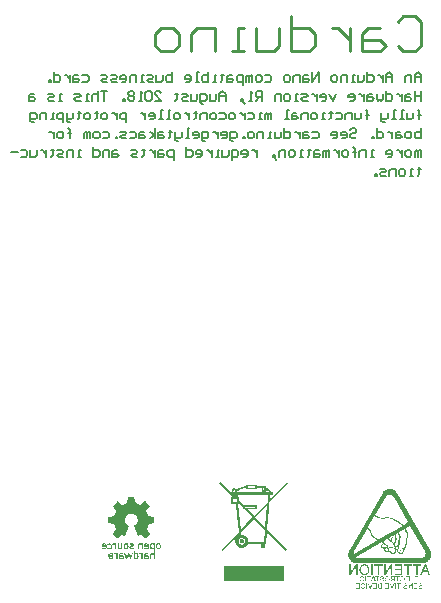
<source format=gbo>
%FSTAX23Y23*%
%MOIN*%
%SFA1B1*%

%IPPOS*%
%ADD29C,0.010000*%
%ADD41C,0.005910*%
%LNcarduino-1*%
%LPD*%
G36*
X03008Y00168D02*
X03011Y00168D01*
X03014Y00166*
X03016Y00165*
X03017Y00165*
X03017Y00164*
X03018Y00164*
X03019Y00162*
X0302Y0016*
X03021Y00155*
X03022Y00153*
X03022Y00152*
Y00151*
Y0015*
X03022Y00147*
X03021Y00144*
X03021Y00142*
X0302Y00142*
X03018Y00139*
X03017Y00137*
X03015Y00136*
X03014Y00135*
X03011Y00134*
X03009Y00133*
X03006Y00133*
X03006*
X03002Y00133*
X03Y00134*
X02998Y00135*
X02997Y00135*
X02994Y00137*
X02993Y00139*
X02991Y00141*
X02991Y00141*
X0299Y00145*
X02989Y00148*
X02989Y0015*
Y0015*
Y00151*
X02989Y00154*
X0299Y00157*
X0299Y00159*
X02991Y0016*
X02993Y00163*
X02994Y00165*
X02996Y00166*
X02997Y00166*
X03Y00168*
X03003Y00168*
X03005Y00169*
X03006*
X03008Y00168*
G37*
G36*
X03135Y00128D02*
X03135Y00127D01*
X03136*
X03137Y00126*
X03138Y00125*
X03139Y00124*
Y00124*
X0314Y00122*
X0314Y00121*
Y0012*
Y00119*
Y00117*
X0314Y00116*
X03139Y00115*
Y00114*
X03138Y00113*
X03137Y00113*
X03137Y00112*
X03137*
X03135Y00111*
X03134Y00111*
X03132*
X0313Y00111*
X03129Y00111*
X03128Y00112*
X03127Y00112*
X03126Y00113*
X03125Y00114*
X03125Y00116*
Y00116*
X03127Y00116*
X03128Y00115*
X03128Y00114*
X03128Y00113*
X03129*
X0313Y00113*
X03131Y00113*
X03132*
X03134Y00113*
X03135*
X03137Y00114*
X03137Y00115*
Y00115*
X03138Y00118*
Y00119*
Y00119*
X03137Y00122*
X03137Y00122*
Y00123*
X03137Y00124*
X03136Y00125*
X03135Y00125*
X03135*
X03134Y00126*
X03133Y00126*
X03131*
X0313Y00126*
X03129Y00125*
X03128Y00123*
X03127Y00123*
Y00122*
X03125Y00123*
X03126Y00125*
X03126Y00126*
X03127Y00126*
X03127Y00127*
X03129Y00128*
X0313Y00128*
X03133*
X03135Y00128*
G37*
G36*
X03033Y00133D02*
X03029D01*
Y00168*
X03033*
Y00133*
G37*
G36*
X03132D02*
X03106D01*
Y00137*
X03127*
Y00149*
X03108*
Y00153*
X03127*
Y00164*
X03107*
Y00168*
X03132*
Y00133*
G37*
G36*
X03067Y00164D02*
X03055D01*
Y00133*
X03051*
Y00164*
X03039*
Y00168*
X03067*
Y00164*
G37*
G36*
X03Y00128D02*
X03001Y00127D01*
X03002*
X03003Y00126*
X03003Y00125*
X03004Y00124*
Y00124*
X03005Y00122*
X03005Y00121*
Y0012*
Y00119*
Y00117*
X03005Y00116*
X03005Y00115*
Y00114*
X03004Y00113*
X03003Y00113*
X03002Y00112*
X03002*
X03Y00111*
X02999Y00111*
X02997*
X02995Y00111*
X02994Y00111*
X02993Y00112*
X02993Y00112*
X02991Y00113*
X02991Y00114*
X0299Y00116*
Y00116*
X02992Y00116*
X02993Y00115*
X02993Y00114*
X02994Y00114*
X02994Y00113*
X02995Y00113*
X02996Y00113*
X02997*
X02999Y00113*
X03*
X03001Y00114*
X03002Y00114*
X03002Y00115*
Y00115*
X03003Y00116*
X03003Y00118*
Y00119*
Y00119*
X03003Y00122*
X03002Y00122*
Y00123*
X03002Y00124*
X03001Y00125*
X03001Y00125*
X03*
X02998Y00126*
X02997*
X02995Y00126*
X02994Y00125*
X02994Y00125*
X02993Y00123*
X02993Y00123*
Y00122*
X0299Y00123*
X02991Y00125*
X02992Y00126*
X02992Y00126*
X02993Y00127*
X02994Y00128*
X02996Y00128*
X02999*
X03Y00128*
G37*
G36*
X03156Y00111D02*
X03143D01*
Y00113*
X03153*
Y00118*
X03144*
Y0012*
X03153*
Y00126*
X03143*
Y00128*
X03156*
Y00111*
G37*
G36*
X03123Y00126D02*
X03117D01*
Y00111*
X03115*
Y00126*
X03109*
Y00128*
X03123*
Y00126*
G37*
G36*
X03169Y00111D02*
X03158D01*
Y00113*
X03167*
Y00128*
X03169*
Y00111*
G37*
G36*
X02738Y00162D02*
Y00161D01*
Y00159*
Y00156*
Y00155*
Y00154*
Y00148*
Y00143*
Y00141*
Y00139*
Y00138*
Y00137*
Y00131*
Y00128*
Y00125*
Y00123*
Y00122*
Y0012*
Y0012*
Y00117*
Y00116*
Y00114*
Y00114*
Y00113*
X02538*
Y00113*
Y00114*
Y00116*
Y00119*
Y0012*
Y0012*
Y00126*
Y00132*
Y00134*
Y00136*
Y00137*
Y00137*
Y00144*
Y00147*
Y00149*
Y00151*
Y00153*
Y00154*
Y00154*
Y00157*
Y00159*
Y0016*
Y00161*
Y00162*
X02738*
Y00162*
G37*
G36*
X03185Y00111D02*
X03172D01*
Y00113*
X03183*
Y00118*
X03173*
Y0012*
X03183*
Y00126*
X03173*
Y00128*
X03185*
Y00111*
G37*
G36*
X02164Y00206D02*
X02166Y00205D01*
X02167Y00203*
X02168Y00201*
X02169Y00199*
X02169Y00198*
Y00196*
Y00196*
X02169Y00192*
X02168Y0019*
X02166Y00188*
X02164Y00187*
X02163Y00186*
X02161Y00185*
X0216*
X02157Y00186*
X02155Y00187*
X02153Y00188*
X02152Y00189*
X02156Y00191*
X02157Y0019*
X02158Y00189*
X0216Y00189*
X0216*
X02162Y00189*
X02163Y0019*
X02164Y00192*
X02165Y00193*
Y00194*
Y00194*
X02152*
Y00198*
X02152Y00201*
X02154Y00203*
X02155Y00204*
X02157Y00205*
X02158Y00206*
X0216Y00206*
X02161*
X02164Y00206*
G37*
G36*
X02241Y00204D02*
X02242Y00205D01*
X02244Y00206*
X02245Y00206*
X02245*
X02248Y00206*
X0225Y00205*
X02251Y00204*
X02251Y00204*
X02251Y00203*
X02252Y00202*
X02252Y00199*
X02253Y00197*
Y00196*
Y00196*
Y00194*
X02252Y00192*
Y0019*
X02252Y0019*
X02251Y00189*
X02251Y00188*
X0225Y00186*
X02248Y00186*
X02246Y00185*
X02245*
X02244Y00186*
X02242Y00186*
X02241Y00187*
X02241Y00187*
Y00186*
X02236*
Y00214*
X02241*
Y00204*
G37*
G36*
X02227Y00186D02*
X02224D01*
X0222Y002*
X02215Y00186*
X02211*
X02205Y00206*
X02209*
X02213Y00192*
X02218Y00206*
X02221*
X02226Y00192*
X0223Y00206*
X02234*
X02227Y00186*
G37*
G36*
X02283Y00206D02*
X02285Y00205D01*
X02287Y00204*
X02287Y00204*
X02284Y00201*
X02283Y00202*
X02281Y00202*
X02278*
X02277Y00202*
X02276Y00201*
X02275Y002*
Y002*
Y00198*
X02281*
X02283Y00198*
X02285Y00197*
X02286Y00196*
X02287Y00195*
X02288Y00193*
Y00192*
Y00192*
X02287Y0019*
X02287Y00188*
X02286Y00187*
X02284Y00186*
X02281Y00185*
X0228*
X02278Y00186*
X02277Y00186*
X02276Y00187*
X02275Y00187*
Y00186*
X02271*
Y002*
X02271Y00202*
X02272Y00204*
X02274Y00205*
X02275Y00205*
X02277Y00206*
X02278Y00206*
X0228*
X02283Y00206*
G37*
G36*
X022D02*
X02202Y00205D01*
X02203Y00204*
X02203Y00204*
X022Y00201*
X02199Y00202*
X02198Y00202*
X02195*
X02194Y00202*
X02192Y00201*
X02192Y002*
Y002*
Y00198*
X02198*
X022Y00198*
X02202Y00197*
X02203Y00196*
X02204Y00195*
X02205Y00193*
Y00192*
Y00192*
X02204Y0019*
X02203Y00188*
X02202Y00187*
X02201Y00186*
X02198Y00185*
X02197*
X02195Y00186*
X02193Y00186*
X02192Y00187*
X02192Y00187*
Y00186*
X02188*
Y002*
X02188Y00202*
X02189Y00204*
X02191Y00205*
X02192Y00205*
X02194Y00206*
X02195Y00206*
X02196*
X022Y00206*
G37*
G36*
X03095Y00419D02*
X031Y00418D01*
X03101Y00417*
X03103Y00417*
X03104Y00416*
X03104*
X03105Y00415*
X03106Y00415*
X0311Y00412*
X03112Y00409*
X03114Y00406*
X03114Y00406*
Y00405*
X03224Y00215*
X03225Y00214*
Y00214*
X03225Y00213*
X03226Y00211*
X03227Y00211*
Y0021*
X03227Y0021*
X03227Y00208*
X03228Y00207*
Y00207*
X03228Y00203*
Y00199*
X03227Y00196*
X03227Y00193*
X03226Y0019*
X03225Y00188*
X03225Y00187*
X03224Y00187*
X03223Y00184*
X03222Y00184*
X03222Y00183*
X0322Y00181*
X03219Y00181*
X03219Y0018*
X03216Y00178*
X03213Y00176*
X03209Y00174*
X03206Y00174*
X03204Y00173*
X03201Y00173*
X02977*
X02976Y00173*
X02974*
X02973Y00174*
X02972Y00174*
X02971*
X02967Y00175*
X02964Y00177*
X02962Y0018*
X0296Y00181*
X02958Y00184*
X02957Y00185*
X02956Y00186*
X02955Y00187*
Y00187*
X02954Y00189*
X02954Y0019*
X02954Y0019*
Y00191*
X02953Y00192*
X02953Y00194*
X02952Y00195*
Y00195*
X02952Y00199*
Y00203*
X02952Y00206*
X02953Y00209*
X02954Y00212*
X02955Y00214*
X02955Y00215*
X02956Y00215*
X03066Y00406*
X03067Y00408*
X03068Y00409*
X03068Y00409*
X03069Y0041*
X03069Y00411*
X0307Y00412*
X03071Y00412*
X03074Y00415*
X03077Y00417*
X0308Y00418*
X03083Y00419*
X03086Y00419*
X03088Y0042*
X0309*
X03095Y00419*
G37*
G36*
X03194Y00164D02*
X03183D01*
Y00133*
X03178*
Y00164*
X03167*
Y00168*
X03194*
Y00164*
G37*
G36*
X03164D02*
X03153D01*
Y00133*
X03148*
Y00164*
X03137*
Y00168*
X03164*
Y00164*
G37*
G36*
X03224Y00133D02*
X03219D01*
X03216Y00144*
X03201*
X03197Y00133*
X03192*
X03206Y00168*
X03211*
X03224Y00133*
G37*
G36*
X03099D02*
X03095D01*
Y00161*
X03077Y00133*
X03072*
Y00168*
X03077*
Y00141*
X03095Y00168*
X03099*
Y00133*
G37*
G36*
X02983D02*
X02979D01*
Y00161*
X0296Y00133*
X02955*
Y00168*
X0296*
Y00141*
X02978Y00168*
X02983*
Y00133*
G37*
G36*
X0311Y00087D02*
X03108D01*
Y00105*
X0311*
Y00087*
G37*
G36*
X03088D02*
X03075D01*
Y00089*
X03085*
Y00095*
X03076*
Y00097*
X03085*
Y00102*
X03075*
Y00105*
X03088*
Y00087*
G37*
G36*
X03127Y00102D02*
X03121D01*
Y00087*
X03119*
Y00102*
X03113*
Y00105*
X03127*
Y00102*
G37*
G36*
X03182Y00087D02*
X0317D01*
Y00089*
X0318*
Y00095*
X0317*
Y00097*
X0318*
Y00102*
X0317*
Y00105*
X03182*
Y00087*
G37*
G36*
X03132D02*
X0313D01*
Y00105*
X03132*
Y00087*
G37*
G36*
X03065D02*
X03058D01*
X03056Y00087*
X03056*
X03054Y00088*
X03053Y00088*
X03053Y00089*
X03052Y0009*
X03051Y00092*
X03051Y00092*
X0305Y00095*
Y00096*
Y00096*
Y00098*
Y00099*
X03051Y001*
Y001*
X03052Y00102*
X03053Y00103*
X03053Y00103*
X03055Y00104*
X03055Y00104*
X03056*
X03057Y00105*
X03065*
Y00087*
G37*
G36*
X03195Y00105D02*
X03195Y00104D01*
X03196*
X03197Y00104*
X03197Y00103*
X03198Y00103*
Y00102*
X03199Y00101*
Y00101*
Y001*
X03198Y00099*
Y00098*
Y00098*
X03197Y00096*
X03197Y00096*
X03195Y00096*
X03194*
X03194Y00095*
X03193*
X03191Y00095*
X0319Y00094*
X0319*
X03189Y00094*
X03188Y00093*
X03188Y00092*
Y00092*
Y00091*
X03188Y0009*
X03189Y0009*
X0319Y00089*
X03192Y00089*
X03192*
X03194Y00089*
X03195*
X03196Y0009*
X03197Y00091*
X03197Y00092*
Y00093*
Y00093*
X032Y00093*
X03199Y00092*
X03199Y00091*
X03198Y0009*
Y0009*
X03197Y00088*
X03197Y00087*
X03196*
X03194Y00087*
X03192*
X0319Y00087*
X03189Y00087*
X03189*
X03187Y00089*
X03186Y00089*
X03186Y00091*
Y00092*
X03186Y00094*
X03186Y00095*
X03188Y00096*
X03188Y00096*
X03189*
X03191Y00097*
X03192Y00098*
X03192*
X03194Y00098*
X03195Y00098*
X03196Y00099*
X03197Y001*
Y001*
X03196Y00102*
X03196Y00102*
X03194Y00103*
X03193*
X03191Y00102*
X0319Y00102*
X0319*
X03189Y00101*
X03189Y00101*
X03188Y001*
Y00099*
X03186*
Y00101*
X03186Y00102*
X03187Y00102*
X03187Y00102*
X03189Y00104*
X03189Y00104*
X03189*
X03192Y00105*
X03193*
X03195Y00105*
G37*
G36*
X03145D02*
X03146Y00104D01*
X03146*
X03147Y00104*
X03147Y00103*
X03148Y00103*
Y00102*
X03149Y00102*
X03149Y00101*
Y00101*
Y001*
X03149Y00099*
X03148Y00098*
Y00098*
X03147Y00096*
X03146Y00096*
X03145Y00096*
X03144*
X03143Y00095*
X03143*
X03141Y00095*
X0314Y00094*
X0314*
X03138Y00094*
X03138Y00093*
X03138Y00092*
Y00092*
Y00091*
X03138Y0009*
X03139Y0009*
X0314Y00089*
X03141Y00089*
X03142*
X03144Y00089*
X03145*
X03146Y0009*
X03146Y0009*
X03147Y00091*
X03147Y00092*
Y00093*
Y00093*
X03149Y00093*
X03149Y00091*
X03149Y0009*
Y0009*
X03147Y00088*
X03146Y00087*
X03146*
X03145Y00087*
X03143Y00087*
X03142*
X0314Y00087*
X03139Y00087*
X03139*
X03137Y00089*
X03136Y00089*
X03135Y00091*
Y00092*
X03136Y00094*
X03136Y00095*
X03138Y00096*
X03138Y00096*
X03138*
X03141Y00097*
X03142Y00098*
X03142*
X03144Y00098*
X03145Y00098*
X03146Y00099*
X03147Y001*
Y001*
X03146Y00101*
X03146Y00102*
X03146Y00102*
X03145Y00102*
X03144Y00103*
X03143*
X0314Y00102*
X0314Y00102*
X0314*
X03139Y00101*
X03138Y00101*
X03138Y001*
Y00099*
X03136*
X03137Y00102*
X03137Y00102*
Y00102*
X03138Y00104*
X03139Y00104*
X03139*
X03141Y00105*
X03143*
X03145Y00105*
G37*
G36*
X0299Y00087D02*
X02977D01*
Y00089*
X02988*
Y00095*
X02978*
Y00097*
X02988*
Y00102*
X02977*
Y00105*
X0299*
Y00087*
G37*
G36*
X03047D02*
X03034D01*
Y00089*
X03045*
Y00095*
X03035*
Y00097*
X03045*
Y00102*
X03034*
Y00105*
X03047*
Y00087*
G37*
G36*
X03014D02*
X03012D01*
Y00105*
X03014*
Y00087*
G37*
G36*
X03055Y00126D02*
X0305D01*
Y00111*
X03047*
Y00126*
X03041*
Y00128*
X03055*
Y00126*
G37*
G36*
X03043Y00111D02*
X0304D01*
X03038Y00116*
X03031*
X03029Y00111*
X03026*
X03033Y00128*
X03036*
X03043Y00111*
G37*
G36*
X03067Y00128D02*
X03068D01*
X03068Y00127*
X03069Y00126*
X03069Y00126*
Y00126*
X0307Y00125*
X03071Y00124*
Y00124*
Y00123*
X0307Y00122*
X0307Y00122*
Y00121*
X03069Y0012*
X03068Y0012*
X03067Y00119*
X03066Y00119*
X03065Y00119*
X03065*
X03063Y00118*
X03062Y00118*
X03061Y00117*
X0306Y00117*
X0306Y00116*
X03059Y00116*
Y00115*
Y00114*
X0306Y00114*
X03061Y00113*
X03061Y00113*
X03066*
X03068Y00114*
X03068Y00114*
X03069Y00116*
Y00116*
Y00116*
X03071Y00116*
X03071Y00114*
X0307Y00113*
Y00113*
X03068Y00111*
X03068Y00111*
X03068*
X03065Y00111*
X03063*
X03061Y00111*
X0306*
X03059Y00112*
X03058Y00113*
X03057Y00114*
Y00115*
X03057Y00117*
X03058Y00118*
X03059Y00119*
X0306Y0012*
X0306*
X03061Y0012*
X03062Y0012*
X03063Y00121*
X03064*
X03066Y00121*
X03067Y00122*
X03068Y00122*
X03068Y00123*
Y00123*
X03068Y00124*
X03068Y00125*
X03067Y00125*
X03065Y00126*
X03063*
X03062Y00126*
X03061Y00125*
X0306Y00125*
X0306Y00124*
X0306Y00123*
Y00123*
X03058Y00123*
X03058Y00125*
X03059Y00126*
X0306Y00127*
X0306Y00128*
X03061*
X03063Y00128*
X03066*
X03067Y00128*
G37*
G36*
X03107Y00111D02*
X03104D01*
Y00118*
X03101*
X031Y00118*
X03099Y00117*
X03099*
X03099Y00117*
X03098Y00117*
Y00116*
X03098Y00116*
X03097Y00115*
X03097Y00114*
X03096Y00114*
X03094Y00111*
X03092*
X03095Y00115*
X03096Y00117*
X03096Y00117*
X03097Y00118*
X03098Y00118*
X03096Y00119*
X03095Y00119*
X03094Y0012*
X03094Y0012*
X03093Y00121*
X03093Y00122*
Y00123*
Y00123*
X03093Y00125*
X03093Y00125*
Y00126*
X03095Y00127*
X03095Y00128*
X03096*
X03097Y00128*
X03107*
Y00111*
G37*
G36*
X03084Y00128D02*
X03086Y00127D01*
X03087Y00126*
X03088Y00126*
X03089Y00123*
X03089Y00121*
X0309Y0012*
Y00119*
Y00119*
Y00117*
X03089Y00116*
X03089Y00115*
Y00114*
X03088Y00113*
X03087Y00113*
X03086Y00112*
X03086*
X03084Y00111*
X03083Y00111*
X0308*
X03078Y00111*
X03078Y00111*
X03077*
X03075Y00113*
X03075Y00114*
X03074Y00114*
X03074Y00116*
X03073Y00117*
Y00119*
Y00119*
Y00121*
X03074Y00123*
X03074Y00123*
X03074Y00124*
X03076Y00126*
X03077Y00126*
X03077Y00127*
X03079Y00128*
X0308Y00128*
X03081*
X03084Y00128*
G37*
G36*
X03028Y00126D02*
X03022D01*
Y00111*
X0302*
Y00126*
X03014*
Y00128*
X03028*
Y00126*
G37*
G36*
X03026Y00087D02*
X03023D01*
X03017Y00105*
X03019*
X03024Y00092*
X03024Y0009*
Y00089*
Y00089*
X03025Y0009*
X03025Y00091*
X03026Y00092*
Y00092*
X0303Y00105*
X03033*
X03026Y00087*
G37*
G36*
X03003Y00105D02*
X03004Y00104D01*
X03004Y00104*
X03006Y00103*
X03006Y00102*
X03007Y00101*
Y00101*
X03008Y00099*
X03008Y00098*
Y00096*
Y00096*
Y00094*
X03008Y00093*
X03008Y00092*
Y00091*
X03006Y00089*
X03005Y00088*
X03005Y00088*
X03003Y00087*
X03002Y00087*
X03*
X02998Y00087*
X02997Y00087*
X02996Y00088*
X02996Y00088*
X02994Y0009*
X02994Y00091*
X02993Y00092*
Y00093*
X02995Y00093*
X02996Y00092*
X02996Y0009*
X02997Y0009*
X02997Y0009*
X02998Y00089*
X02999Y00089*
X03*
X03002Y00089*
X03002Y00089*
X03003Y0009*
X03003*
X03005Y00091*
X03005Y00092*
Y00092*
X03006Y00095*
Y00096*
Y00096*
X03006Y00098*
X03005Y00099*
Y00099*
X03005Y00101*
X03004Y00101*
X03004Y00102*
X03003*
X03001Y00103*
X03*
X02998Y00102*
X02997Y00102*
X02997*
X02996Y00101*
X02996Y00101*
X02996Y001*
Y00099*
X02993Y001*
X02994Y00101*
X02995Y00102*
X02995Y00103*
X02996Y00104*
X02997Y00104*
X02999Y00105*
X03002*
X03003Y00105*
G37*
G36*
X03099Y00087D02*
X03096D01*
X0309Y00105*
X03092*
X03097Y00092*
X03098Y0009*
Y00089*
Y00089*
X03098Y0009*
X03098Y00091*
X03099Y00092*
X03103Y00105*
X03106*
X03099Y00087*
G37*
G36*
X03011Y00111D02*
X03009D01*
Y00128*
X03011*
Y00111*
G37*
G36*
X03166Y00087D02*
X03164D01*
Y00101*
X03155Y00087*
X03153*
Y00105*
X03155*
Y00091*
X03164Y00105*
X03166*
Y00087*
G37*
G36*
X02183Y00186D02*
X02179D01*
Y00198*
Y00199*
X02178Y00201*
X02177Y00202*
X02176Y00202*
X02175*
X02174Y00202*
X02173Y00202*
X02173Y00201*
Y00201*
X02169Y00205*
X02171Y00205*
X02172Y00206*
X02173*
X02176Y00206*
X02178Y00205*
X02179Y00204*
X02179Y00204*
Y00206*
X02183*
Y00186*
G37*
G36*
X02141Y00238D02*
X02143Y00237D01*
X02145Y00235*
X02146Y00234*
X02146Y00232*
X02147Y0023*
Y00229*
Y00229*
X02146Y00225*
X02145Y00222*
X02144Y0022*
X02142Y00219*
X02141Y00219*
X02139Y00218*
X02138*
X02135Y00218*
X02132Y0022*
X02131Y00221*
X0213Y00221*
X02133Y00224*
X02135Y00223*
X02136Y00222*
X02137Y00222*
X02138*
X02139Y00222*
X0214Y00222*
X02142Y00224*
X02143Y00226*
Y00226*
Y00227*
X0213*
Y00231*
X0213Y00233*
X02131Y00235*
X02133Y00237*
X02134Y00238*
X02136Y00238*
X02137Y00239*
X02139*
X02141Y00238*
G37*
G36*
X02239Y00393D02*
Y00393D01*
Y00392*
X02243Y00373*
Y00372*
X02244Y00372*
X02244*
X02257Y00366*
X02259*
X02275Y00378*
X02276Y00378*
X02276Y00377*
X0229Y00364*
Y00363*
Y00363*
Y00363*
X02279Y00346*
Y00346*
Y00345*
Y00345*
X02284Y00331*
X02285Y00331*
X02286Y0033*
X02286*
X02305Y00327*
X02305*
X02305Y00327*
Y00327*
Y00326*
Y00307*
Y00306*
X02305Y00306*
X02305*
X02286Y00302*
X02286Y00301*
Y00301*
X0228Y00287*
Y00286*
Y00286*
Y00286*
Y00285*
X0229Y0027*
Y0027*
Y00269*
Y00269*
X02276Y00255*
X02275Y00255*
X02275*
X02275Y00255*
X0226Y00265*
X02259*
X02252Y00262*
X02251Y00262*
X02251*
X02237Y00295*
Y00296*
X02238Y00297*
X02239Y00297*
Y00298*
X0224*
X0224Y00298*
X02241Y00298*
X02244Y00301*
X02246Y00304*
X02248Y00306*
X02249Y00309*
X0225Y00312*
X0225Y00314*
Y00316*
Y00316*
X0225Y00319*
X02249Y00322*
X02248Y00325*
X02247Y00327*
X02246Y00329*
X02245Y0033*
X02244Y00331*
X02244Y00331*
X02241Y00334*
X02239Y00335*
X02236Y00336*
X02234Y00337*
X02232Y00337*
X0223Y00338*
X02229*
X02226Y00337*
X02223Y00337*
X0222Y00336*
X02218Y00335*
X02216Y00333*
X02215Y00333*
X02214Y00332*
X02214Y00331*
X02211Y00329*
X0221Y00326*
X02209Y00324*
X02208Y00321*
X02208Y00319*
X02207Y00318*
Y00316*
Y00316*
X02208Y00312*
X02209Y00308*
X02211Y00305*
X02212Y00303*
X02214Y00301*
X02216Y003*
X02217Y00299*
X02217Y00298*
X02218Y00298*
X02218Y00298*
Y00297*
X0222Y00297*
X0222Y00295*
Y00295*
X02206Y00262*
X02206Y00262*
X02205*
X02199Y00265*
X02198*
X02183Y00255*
X02182Y00255*
X02182*
X02181Y00255*
X02167Y00269*
Y00269*
Y0027*
X02178Y00285*
Y00286*
Y00286*
Y00286*
Y00287*
X02172Y00301*
X02172Y00302*
X02171*
X02153Y00306*
X02152Y00306*
X02152Y00306*
Y00307*
Y00326*
Y00327*
X02152Y00327*
X02153*
X02172Y0033*
X02172Y00331*
X02173Y00331*
Y00331*
X02179Y00345*
Y00345*
Y00346*
X02167Y00363*
Y00363*
Y00364*
Y00364*
X02181Y00377*
X02182Y00378*
X02183*
X02199Y00366*
X022*
X02214Y00372*
X02214Y00372*
X02214Y00372*
Y00373*
X02218Y00392*
Y00393*
X02218Y00393*
X02239*
X02239Y00393*
G37*
G36*
X02282Y00238D02*
X02284Y00237D01*
X02286Y00235*
X02287Y00234*
X02287Y00232*
X02288Y0023*
Y00229*
Y00229*
X02287Y00225*
X02286Y00222*
X02285Y0022*
X02283Y00219*
X02281Y00219*
X0228Y00218*
X02278*
X02275Y00218*
X02273Y0022*
X02272Y00221*
X02271Y00221*
X02274Y00224*
X02276Y00223*
X02277Y00222*
X02278Y00222*
X02279*
X02281Y00222*
X02282Y00222*
X02283Y00224*
X02284Y00226*
Y00226*
Y00227*
X02271*
Y00231*
X02271Y00233*
X02272Y00235*
X02274Y00237*
X02275Y00238*
X02277Y00238*
X02278Y00239*
X0228*
X02282Y00238*
G37*
G36*
X02321D02*
X02324Y00238D01*
X02325Y00237*
X02325Y00237*
X02326Y00234*
X02327Y00232*
X02327Y00229*
Y00229*
Y00229*
X02327Y00225*
X02326Y00223*
X02326Y00221*
X02325Y00221*
X02323Y00219*
X02321Y00218*
X0232Y00218*
X02319*
X02316Y00218*
X02314Y00219*
X02313Y0022*
X02313Y00221*
X02312Y00222*
X02311Y00223*
X02311Y00225*
X02311Y00228*
Y00228*
Y00229*
X02311Y00232*
X02312Y00235*
X02312Y00236*
X02313Y00237*
X02314Y00238*
X02316Y00238*
X02318Y00239*
X02319*
X02321Y00238*
G37*
G36*
X02233D02*
X02235Y00238D01*
X02236Y00237*
X02237Y00236*
X02238Y00234*
Y00233*
Y00233*
X02238Y00231*
X02237Y0023*
X02235Y00228*
X02233Y00227*
X02233Y00227*
X02229*
X02227Y00226*
X02226Y00225*
X02226Y00225*
Y00224*
Y00223*
X02227Y00223*
X02228Y00222*
X02229Y00222*
X0223*
X02233Y00222*
X02235Y00223*
X02236Y00224*
X02237Y00224*
X02239Y00222*
X02236Y00219*
X02233Y00218*
X02231Y00218*
X0223*
X02227Y00218*
X02226Y00219*
X02224Y0022*
X02223Y00221*
X02222Y00222*
X02222Y00223*
Y00224*
Y00224*
X02222Y00226*
X02223Y00228*
X02225Y00229*
X02227Y0023*
X02227Y00231*
X02228*
X02232Y00231*
X02233Y00231*
X02234Y00232*
X02234Y00232*
Y00233*
X02233Y00234*
X02232Y00235*
X02231Y00235*
X0223*
X02229Y00235*
X02227Y00234*
X02226Y00234*
X02225Y00233*
X02223Y00236*
X02225Y00238*
X02227Y00238*
X0223Y00239*
X0223*
X02233Y00238*
G37*
G36*
X02214D02*
X02216Y00238D01*
X02217Y00237*
X02218Y00237*
X02219Y00234*
X02219Y00232*
X0222Y00229*
Y00229*
Y00229*
X02219Y00225*
X02218Y00223*
X02218Y00221*
X02218Y00221*
X02215Y00219*
X02213Y00218*
X02212Y00218*
X02211*
X02208Y00218*
X02206Y00219*
X02205Y0022*
X02205Y00221*
X02204Y00222*
X02203Y00223*
X02203Y00225*
X02203Y00228*
Y00228*
Y00229*
X02203Y00232*
X02204Y00235*
X02205Y00236*
X02205Y00237*
X02207Y00238*
X02209Y00238*
X0221Y00239*
X02211*
X02214Y00238*
G37*
G36*
X02751Y00439D02*
X02689Y00375D01*
X02687Y00357*
X02683Y00315*
X0268Y00285*
X02747Y00217*
X02742Y00212*
X0268Y00276*
X02676Y00237*
X02674*
Y00222*
X0266*
Y00237*
X02617*
X02616Y00234*
X02614Y00231*
X02611Y00228*
X02607Y00225*
X02602Y00224*
X02598Y00223*
X02593Y00223*
X0259Y00224*
X02586Y00226*
X02583Y00228*
X0258Y00231*
X02578Y00234*
X02576Y00238*
X02575Y00242*
X02575Y00245*
X02575Y00249*
X02575Y00252*
X02576Y00255*
X02578Y00258*
X0258Y0026*
X02582Y00262*
X02585Y00264*
X02588Y00266*
X02587Y00269*
X02533Y00213*
X02528Y00217*
X02587Y00277*
X02582Y0033*
X02579Y00369*
X02561*
Y00393*
X02566*
X02522Y00439*
X02526Y00443*
X02568Y004*
Y00403*
X02567Y00404*
X02566Y00405*
X02565Y00406*
X02564Y00407*
X02563Y00409*
X02563Y0041*
Y00412*
Y00414*
X02563Y00416*
X02565Y00418*
X02567Y0042*
X02569Y00421*
X02572Y00421*
X02574Y00421*
X02576Y0042*
X02578Y00419*
X02579Y00418*
X02581Y00419*
X02584Y00421*
X02587Y00423*
X02592Y00424*
X02597Y00426*
X02602Y00427*
X02607Y00428*
X02612Y00429*
Y00434*
X02647*
Y00429*
X0265*
X02654Y00429*
X02659Y00428*
X02663Y00427*
Y0043*
X02678*
Y00423*
X0268Y00423*
X02683Y00421*
X02685Y0042*
X02687Y00418*
X0269Y00416*
X02691Y00415*
X02692Y00414*
X02693Y00412*
X02692Y0041*
X02701*
Y00399*
X02691*
X0269Y00384*
X02746Y00443*
X02751Y00439*
G37*
G36*
X02266Y00186D02*
X02262D01*
Y00198*
Y00199*
X02262Y00201*
X0226Y00202*
X02259Y00202*
X02259*
X02257Y00202*
X02257Y00202*
X02256Y00201*
X02256Y00201*
X02253Y00205*
X02254Y00205*
X02256Y00206*
X02257*
X02259Y00206*
X02261Y00205*
X02262Y00204*
X02262Y00204*
Y00206*
X02266*
Y00186*
G37*
G36*
X02158Y00238D02*
X02161Y00237D01*
X02162Y00235*
X02163Y00234*
X02164Y00232*
X02164Y0023*
Y00229*
Y00229*
X02164Y00225*
X02163Y00222*
X02161Y0022*
X0216Y00219*
X02158Y00219*
X02157Y00218*
X02155*
X02152Y00219*
X0215Y0022*
X02148Y00221*
X02148Y00222*
X02151Y00224*
X02152Y00223*
X02154Y00222*
X02155Y00222*
X02155*
X02157Y00222*
X02158Y00223*
X0216Y00225*
X0216Y00228*
Y00228*
Y00229*
X0216Y00231*
X0216Y00232*
X02159Y00234*
X02158Y00234*
X02156Y00235*
X02155*
X02154Y00235*
X02152Y00234*
X02151Y00233*
X02151Y00233*
X02148Y00235*
X02151Y00237*
X02153Y00238*
X02155Y00239*
X02155*
X02158Y00238*
G37*
G36*
X02199Y00225D02*
X02199Y00223D01*
X02198Y00221*
X02197Y0022*
X02195Y00219*
X02193Y00218*
X02192*
X0219Y00218*
X02188Y00219*
X02187Y0022*
X02187Y0022*
Y00218*
X02183*
Y00239*
X02187*
Y00227*
Y00225*
X02188Y00224*
X02189Y00223*
X0219Y00222*
X02191*
X02192Y00222*
X02193Y00223*
X02194Y00225*
X02195Y00226*
Y00226*
Y00227*
Y00239*
X02199*
Y00225*
G37*
G36*
X02307Y00186D02*
X02303D01*
Y00198*
X02303Y00199*
X02302Y00201*
X02301Y00202*
X023Y00202*
X02298*
X02297Y00202*
X02295Y002*
X02295Y00199*
Y00198*
Y00198*
Y00186*
X02291*
Y00199*
X02291Y00201*
X02292Y00203*
X02293Y00204*
X02294Y00205*
X02296Y00206*
X02298*
X023Y00206*
X02302Y00205*
X02303Y00204*
X02303Y00204*
Y0022*
X02301Y00219*
X02299Y00218*
X02298Y00218*
X02298*
X02296Y00218*
X02294Y00219*
X02292Y0022*
X02292Y00221*
X02292Y00222*
X02291Y00223*
X02291Y00225*
Y00228*
Y00228*
Y00229*
Y00232*
X02291Y00235*
X02292Y00236*
X02292Y00237*
X02294Y00238*
X02296Y00238*
X02297Y00239*
X02298*
X023Y00238*
X02302Y00238*
X02303Y00237*
X02303Y00237*
Y00239*
X02307*
Y00186*
G37*
G36*
X02268Y00218D02*
X02263D01*
Y00231*
X02263Y00232*
X02262Y00233*
X02261Y00235*
X0226Y00235*
X02257*
X02257Y00234*
X02255Y00233*
X02255Y00231*
Y00231*
Y00231*
Y00218*
X02251*
Y00232*
X02251Y00234*
X02252Y00236*
X02253Y00237*
X02254Y00238*
X02256Y00239*
X02257*
X0226Y00238*
X02262Y00238*
X02263Y00237*
X02263Y00237*
Y00239*
X02268*
Y00218*
G37*
G36*
X02178D02*
X02174D01*
Y00231*
X02173Y00232*
X02173Y00233*
X02172Y00235*
X0217Y00235*
X0217*
X02169Y00235*
X02168Y00234*
X02168Y00234*
X02167Y00234*
X02164Y00237*
X02166Y00238*
X02167Y00239*
X02168*
X02171Y00238*
X02173Y00238*
X02173Y00237*
X02174Y00237*
Y00239*
X02178*
Y00218*
G37*
%LNcarduino-2*%
%LPC*%
G36*
X03006Y00165D02*
X03005D01*
X03003Y00165*
X03001Y00164*
X03Y00163*
X02999Y00163*
X02997Y00162*
X02996Y0016*
X02996Y00159*
X02995Y00158*
X02994Y00156*
X02994Y00153*
Y00151*
Y00151*
Y00151*
X02994Y00146*
X02995Y00143*
X02997Y00141*
X02997Y0014*
X03Y00138*
X03003Y00137*
X03005Y00137*
X03006*
X03009Y00137*
X03012Y00139*
X03013Y0014*
X03014Y0014*
X03016Y00143*
X03017Y00147*
Y00148*
X03017Y00149*
Y0015*
Y0015*
Y00153*
X03017Y00156*
X03016Y00157*
X03015Y00159*
X03014Y00161*
X03014Y00162*
X03011Y00163*
X03008Y00165*
X03006Y00165*
G37*
G36*
X02162Y00202D02*
X0216D01*
X02158Y00202*
X02157Y002*
X02156Y00199*
Y00198*
Y00198*
X02165*
X02165Y00199*
X02164Y00201*
X02163Y00202*
X02162Y00202*
G37*
G36*
X02245D02*
X02244D01*
X02243Y00202*
X02242Y00201*
X02241Y00199*
X02241Y00197*
Y00196*
Y00196*
Y00194*
X02241Y00192*
X02242Y00191*
X02242Y0019*
X02244Y00189*
X02244*
X02245Y0019*
X02247Y0019*
X02248Y00193*
X02248Y00195*
Y00196*
Y00196*
X02248Y00198*
X02248Y002*
X02247Y00201*
X02246Y00202*
X02245Y00202*
G37*
G36*
X02281Y00194D02*
X02275D01*
Y00193*
Y00192*
X02276Y0019*
X02278Y00189*
X02279Y00189*
X0228*
X02282Y00189*
X02283Y0019*
X02284Y00192*
Y00192*
X02283Y00193*
X02282Y00194*
X02281Y00194*
G37*
G36*
X02197D02*
X02192D01*
Y00193*
X02192Y00192*
X02193Y0019*
X02194Y00189*
X02196Y00189*
X02197*
X02199Y00189*
X022Y0019*
X022Y00192*
Y00192*
X022Y00193*
X02199Y00194*
X02197Y00194*
G37*
G36*
X03039Y00328D02*
X03018Y00292D01*
X0302Y0029*
X0302Y00289*
X03021Y00289*
X03022Y00287*
X03024Y00285*
X03025Y00284*
X03025Y00283*
X03026Y00281*
X03027Y00278*
X03028Y00276*
X03029Y00276*
Y00276*
X0303Y00272*
X03031Y0027*
X03032Y00269*
X03032Y00268*
X03033Y00267*
X03033Y00266*
X03034Y00266*
X03036Y00264*
X03036Y00264*
X03036Y00263*
X0304Y0026*
X03044Y00257*
X03046Y00255*
X03049Y00253*
X03051Y00252*
X03053Y00251*
X03053Y00251*
X03054*
X03133Y00297*
X03131Y00298*
X0313Y00299*
X03129Y003*
X03129Y003*
X03126Y00302*
X03125Y00303*
X03123Y00304*
X03123Y00304*
X03122Y00305*
X0312Y00306*
X0312Y00306*
X03117Y00308*
X03116Y00309*
X03114Y00309*
X03114Y0031*
X03111Y00312*
X03108Y00314*
X03105Y00316*
X03103Y00317*
X03101Y00318*
X03099Y00318*
X03099Y00319*
X03098*
X03093Y0032*
X03087Y00321*
X03076*
X03071Y0032*
X03064*
X03059Y00321*
X03056Y00321*
X03054Y00322*
X03053Y00322*
X03052Y00322*
X03052*
X03039Y00328*
G37*
G36*
X03106Y00267D02*
X03099Y00263D01*
X03099Y00261*
X031Y00259*
Y00258*
Y00258*
X03099Y00256*
X03099Y00255*
X03099Y00253*
Y00253*
X03098Y00252*
X03097Y0025*
X03096Y00249*
X03096Y00248*
Y00247*
X03098Y00245*
X03101Y00243*
X03102Y00241*
X03102Y00241*
X03103Y0024*
X03103Y0024*
X03104Y0024*
Y00239*
X03105Y00241*
X03106Y00243*
X03106Y00244*
X03107Y00245*
X03107Y00246*
Y00246*
X03108Y00247*
Y00248*
X03108Y00249*
X03108Y00251*
Y00253*
Y00253*
Y00254*
Y00255*
Y00257*
Y00259*
Y00259*
Y0026*
Y00261*
X03108Y00263*
X03108Y00264*
Y00264*
X03107Y00266*
X03106Y00267*
Y00267*
G37*
G36*
X03096Y00261D02*
X03086Y00255D01*
X03088Y00254*
X0309Y00252*
X03092Y00251*
X03092Y0025*
X03093*
X03094Y00253*
X03095Y00253*
X03095Y00254*
X03095Y00255*
Y00255*
X03096Y00257*
Y00258*
Y00258*
Y0026*
Y00261*
Y00261*
G37*
G36*
X0309Y00401D02*
X0309D01*
Y00401*
X03086Y004*
X03083Y00399*
X0308Y00398*
X0308Y00397*
X0308*
X03078Y00396*
X03078Y00396*
Y00395*
X03077Y00394*
X03077Y00394*
Y00393*
X03077*
X03041Y00331*
X03053Y00326*
X03057Y00325*
X0306Y00324*
X03062*
X03063Y00324*
X03068*
X03072Y00324*
X03073*
X03074Y00325*
X03088*
X03092Y00324*
X03094Y00324*
X03096Y00323*
X03098Y00323*
X03099Y00322*
X03099*
X03102Y00321*
X03105Y0032*
X03111Y00316*
X03113Y00315*
X03115Y00314*
X03116Y00313*
X03117Y00313*
X03118Y00312*
X0312Y00311*
X03121Y0031*
X03122Y0031*
X03123Y00309*
X03123Y00309*
X03124*
X03125Y00308*
X03125Y00307*
X03128Y00306*
X03129Y00304*
X03131Y00304*
X03131Y00303*
X03134Y00301*
X03135Y003*
X03136Y00299*
X03136Y00298*
X03152Y00308*
X03103Y00393*
X03102Y00395*
X031Y00397*
X03099Y00398*
X03099Y00398*
X03098Y00399*
X03098Y00399*
X03095Y004*
X03092Y00401*
X0309Y00401*
G37*
G36*
X03081Y00223D02*
X0308Y00222D01*
X03079Y00222*
X03077*
X03077Y00221*
X03077*
X03075Y00219*
Y00218*
Y00217*
Y00216*
Y00216*
X03076Y00215*
X03076Y00214*
Y00214*
X03077*
X03078Y00213*
X03079Y00213*
X0308*
X03082Y00213*
X03083Y00214*
X03084Y00214*
X03084Y00214*
X03085*
X03083Y00217*
X03083Y00219*
X03082Y00221*
Y00221*
X03081Y00223*
Y00223*
G37*
G36*
X03082Y00253D02*
X03067Y00244D01*
X03069Y00243*
X03071Y00241*
X03072Y0024*
X03072Y0024*
X03073*
X03075Y00238*
X03077Y00237*
X03077Y00237*
X03078*
X0308Y00234*
X03081Y00232*
X03083Y00231*
X03083Y0023*
Y0023*
X03084Y00228*
X03084Y00227*
X03085Y00226*
Y00226*
Y00225*
X03085Y00225*
Y00224*
X03087Y00225*
X03089*
X0309Y00225*
X0309Y00226*
X03095*
X03098Y00225*
X03098*
X03099Y00225*
X03101*
X03101Y00225*
X03101Y00224*
X03102*
X03104Y00223*
X03106Y00222*
X03107Y00222*
X03107Y00221*
X03108Y0022*
X03108Y00219*
X03108Y00219*
Y00219*
X03108Y00219*
X03108Y00222*
X03107Y00226*
X03105Y00229*
X03104Y00232*
X03102Y00234*
X03101Y00237*
X031Y00238*
X03099Y00238*
X03096Y00241*
X03093Y00244*
X03091Y00246*
X03091Y00246*
X0309*
X03087Y00249*
X03084Y00251*
X03083Y00253*
X03082Y00253*
G37*
G36*
X03136Y0022D02*
X03132D01*
X03131Y0022*
X03129Y00219*
X03128Y00217*
X03128Y00217*
Y00216*
X03127Y00216*
Y00215*
X03127Y00215*
X03126Y00214*
X03125Y00213*
X03125Y00212*
Y00211*
Y00211*
Y0021*
Y0021*
Y0021*
Y00209*
Y00208*
Y00208*
Y00207*
Y00207*
X03125Y00207*
X03127*
X03129Y00207*
X0313Y00208*
X03131Y00209*
X03131Y00209*
X03132Y0021*
X03133Y00212*
X03134Y00215*
X03135Y00216*
X03135Y00218*
X03136Y00219*
Y00219*
X03136Y0022*
X03136Y0022*
G37*
G36*
X03016Y00288D02*
X02972Y00213D01*
X02971Y0021*
X0297Y00208*
X0297Y00207*
Y00206*
Y00206*
Y00205*
Y00205*
Y00203*
Y00202*
X0305Y00248*
X03047Y0025*
X03044Y00252*
X03039Y00255*
X03036Y00257*
X03035Y00259*
X03034Y0026*
X03033Y0026*
X03032Y00262*
X03031Y00263*
X03031Y00263*
X03029Y00265*
X03029Y00266*
Y00266*
X03027Y00268*
X03026Y00271*
X03025Y00273*
X03025Y00274*
Y00274*
X03024Y00277*
X03023Y00279*
X03022Y0028*
X03022Y00281*
X0302Y00283*
X03019Y00285*
X03018Y00286*
X03018Y00286*
X03017Y00288*
X03016Y00288*
G37*
G36*
X03158Y00297D02*
X03144Y00289D01*
X03145Y00285*
X03146Y00282*
X03147Y0028*
X03148Y00279*
X03148Y00278*
Y00278*
X0315Y00274*
X0315Y00272*
X03151Y0027*
Y0027*
X03152Y00268*
Y00266*
X03151Y00261*
X0315Y00259*
X0315Y00258*
X0315Y00256*
Y00256*
X03149Y00255*
X03149Y00253*
Y00253*
Y00252*
X03149*
Y00252*
X03148Y00249*
X03147Y00246*
Y00244*
X03147Y00243*
Y00243*
Y00242*
X03147Y0024*
X03146Y00238*
X03146Y00236*
X03146Y00235*
X03145Y00233*
Y00232*
X03144Y0023*
X03144Y00228*
X03143Y00226*
X03143Y00225*
Y00225*
X03142Y00223*
X03141Y00222*
X0314Y0022*
X0314Y0022*
Y00219*
Y00219*
X0314Y00219*
Y00218*
Y00218*
X03138Y00215*
X03138Y00213*
X03137Y00211*
X03136Y00209*
X03135Y00208*
X03135Y00207*
X03134Y00207*
X03132Y00204*
X03129Y00203*
X03128Y00202*
X03126*
X03124Y00203*
X03123Y00203*
X03123*
X0312Y00205*
X0312Y00205*
X03119Y00205*
X03118Y00207*
X03117Y00208*
X03115Y00211*
X03114Y00214*
Y00214*
Y00214*
Y00216*
X03115Y00218*
X03116Y00222*
X03116Y00225*
X03117Y00226*
X03117Y00228*
Y00228*
X03116Y00227*
X03115Y00227*
X03115*
X03113Y00226*
X03112Y00225*
X03112Y00225*
X03112Y00222*
X03113Y0022*
Y00219*
Y00219*
Y00218*
Y00218*
Y00217*
X03112Y00215*
X03112Y00212*
X0311Y00208*
X0311Y00207*
X03109Y00206*
X03108Y00206*
Y00205*
X03107Y00204*
X03105Y00204*
X03104Y00203*
X03099*
X03096Y00204*
X03096Y00204*
X03095*
X03094Y00205*
X03093Y00205*
X03092Y00206*
X03092*
X0309Y00208*
X03089Y0021*
X03087Y00211*
X03087Y00211*
X03085Y0021*
X03083Y00209*
X03081Y00209*
X0308*
X03078Y00209*
X03075Y0021*
X03074Y00211*
X03074Y00211*
X03073Y00212*
X03072Y00213*
X03072Y00213*
X03072Y00214*
X03071Y00215*
Y00215*
X03071Y00217*
X03071Y00219*
X03072Y0022*
Y0022*
X0307*
X03066Y00221*
X03064Y00222*
X03063Y00223*
X03062Y00223*
X03062Y00224*
X03062Y00224*
X03061Y00226*
X03061Y00228*
Y00229*
Y00229*
Y00231*
X03062Y00232*
X03062Y00234*
X03062Y00234*
X03063Y00234*
X03063Y00235*
X03065Y00237*
X03066Y00238*
X03067Y00238*
X03067Y00239*
X03066Y0024*
X03064Y00241*
X03063Y00242*
X03063Y00242*
X02977Y00192*
X02978Y00191*
X02979Y00191*
X02981Y0019*
X02982*
X02982Y0019*
X02985*
Y00189*
X03194*
X03197Y0019*
X03198Y0019*
X03202Y00192*
X03204Y00193*
X03204Y00193*
X03205*
X03206Y00195*
X03206Y00195*
X03207Y00196*
X03207Y00197*
X03208*
X03209Y00201*
X0321Y00204*
Y00206*
X03209Y00207*
Y00207*
Y00208*
X03209Y0021*
X03209Y0021*
Y0021*
X03208Y00211*
X03208Y00211*
Y00212*
Y00212*
X03158Y00297*
G37*
G36*
X03094Y00224D02*
X03091D01*
X03089Y00223*
X03087Y00223*
X03086Y00222*
X03086Y00222*
X03086Y0022*
X03087Y00218*
X03089Y00216*
X03089Y00216*
Y00215*
X03092Y00213*
X03093Y00211*
X03094Y0021*
X03094Y0021*
X03096Y00209*
X03096Y00208*
X03097Y00208*
X03098Y00207*
X03103*
X03104Y00208*
X03105Y00208*
X03105Y00208*
X03107Y0021*
X03108Y00212*
X03108Y00213*
Y00214*
X03108Y00216*
Y00216*
X03107Y00218*
X03106Y00219*
X03106Y0022*
X03104Y00221*
X03103Y00222*
X03102Y00222*
X03101*
X031Y00223*
X03099*
X03099Y00223*
X03099*
X03098Y00223*
X03096*
X03094Y00224*
G37*
G36*
X03071Y00236D02*
X0307D01*
X03069Y00235*
X03068Y00234*
X03066Y00233*
X03066Y00232*
Y00232*
Y00232*
X03066*
X03065Y00231*
X03065Y00231*
Y0023*
Y00229*
Y00229*
Y00228*
X03065Y00227*
X03066Y00226*
Y00226*
Y00225*
X03067Y00225*
X03068Y00225*
X0307*
X03073Y00225*
X03075Y00225*
X03077Y00226*
X03077*
X03079Y00226*
X0308Y00227*
X0308*
Y00227*
X0308Y00228*
Y00228*
X03078Y0023*
X03077Y00232*
X03075Y00233*
X03075Y00233*
X03074Y00234*
X03072Y00235*
X03071Y00236*
X03071Y00236*
G37*
G36*
X03116Y00273D02*
X0311Y00269D01*
X03111Y00267*
X03112Y00265*
Y00265*
X03112Y00263*
Y00262*
Y0026*
Y0026*
Y00258*
X03113Y00257*
Y00256*
Y00255*
Y00254*
Y00253*
X03112Y0025*
Y00249*
X03112Y00247*
Y00247*
X03111Y00246*
X03111Y00245*
Y00245*
X03111Y00244*
X0311Y00243*
Y00243*
X03109Y0024*
X03108Y00238*
X03107Y00237*
X03106Y00236*
X03108Y00233*
X03109Y00231*
X0311Y00229*
X0311Y00229*
X03112Y00229*
X03112Y0023*
X03113*
X03114Y00231*
X03115Y00232*
X03115Y00232*
X03116Y00233*
X03116Y00233*
X03117*
X03117Y00234*
X03118Y00234*
X03119Y00234*
X03119*
Y00235*
X03119Y00235*
Y00236*
Y00238*
X03119Y00241*
X03119Y00243*
Y00243*
Y00244*
Y00246*
X03119Y00249*
X0312Y00251*
X0312Y00252*
Y00252*
X03122Y00256*
X03122Y00259*
Y0026*
Y00261*
X03121Y00262*
X0312Y00264*
X0312Y00265*
X03119Y00265*
X03117Y00268*
X03116Y00271*
X03116Y00272*
Y00273*
G37*
G36*
X0314Y00287D02*
X0312Y00275D01*
X0312Y00273*
X03121Y0027*
X03122Y00268*
X03123Y00268*
Y00268*
X03125Y00265*
X03125Y00263*
X03126Y00262*
Y00261*
Y00258*
X03125Y00255*
X03125Y00253*
X03125Y00252*
X03124Y00251*
Y00251*
X03123Y00247*
X03123Y00246*
Y00244*
Y00244*
X03123Y00241*
X03123Y00238*
X03123Y00236*
Y00236*
Y00235*
Y00235*
Y00234*
Y00234*
Y00233*
X03123Y00232*
X03122Y00231*
Y00231*
X03122Y00229*
X03122Y00229*
Y00228*
X0312Y00225*
X0312Y00222*
X03119Y00219*
Y00217*
X03119Y00216*
Y00216*
Y00215*
X03119Y00212*
X0312Y0021*
X03122Y00209*
X03122Y00208*
X03122Y00208*
X03123Y00208*
Y00209*
Y0021*
Y00211*
X03123Y00212*
X03124Y00214*
X03124Y00215*
X03125Y00216*
X03125Y00216*
X03126Y00217*
X03127Y00219*
X03128Y0022*
X0313Y00221*
X03131Y00222*
X03133Y00223*
X03135*
X03136Y00222*
X03137*
X03137Y00224*
X03138Y00225*
X03138Y00226*
X03139Y00227*
X0314Y00229*
X03141Y00232*
X03141Y00233*
X03141Y00234*
X03142Y00237*
X03143Y00239*
X03143Y00242*
Y00242*
Y00243*
X03144Y00247*
X03144Y0025*
X03145Y00252*
Y00253*
Y00253*
X03145Y00255*
X03146Y00256*
X03146Y00257*
Y00257*
X03147Y0026*
X03147Y00262*
X03147Y00265*
Y00266*
Y00267*
Y00268*
Y00269*
X03147Y00271*
X03146Y00273*
X03145Y00275*
X03144Y00276*
Y00276*
X03142Y0028*
X03141Y00284*
X0314Y00286*
Y00287*
G37*
G36*
X03209Y00165D02*
X03208Y00162D01*
X03207Y0016*
X03206Y00158*
X03206Y00157*
X03203Y00148*
X03214*
X0321Y00158*
X0321Y0016*
X03209Y00162*
X03209Y00164*
Y00165*
G37*
G36*
X03062Y00102D02*
X03056D01*
X03056Y00102*
X03056*
X03055Y00102*
X03054Y00101*
X03053Y00101*
Y001*
X03053Y00099*
X03053Y00098*
Y00096*
Y00096*
Y00094*
X03053Y00093*
Y00093*
X03054Y00091*
X03054Y0009*
X03055Y0009*
X03056*
X03057Y00089*
X03062*
Y00102*
G37*
G36*
X03035Y00126D02*
X03034Y00124D01*
X03034Y00123*
Y00122*
X03032Y00117*
X03038*
X03036Y00123*
X03035Y00125*
X03035Y00126*
Y00126*
G37*
G36*
X03104Y00126D02*
X03098D01*
X03097Y00125*
X03096Y00125*
X03095Y00124*
Y00123*
Y00123*
Y00122*
X03096Y00122*
X03096Y00121*
X03097Y0012*
X03097*
X03099Y0012*
X03104*
Y00126*
G37*
G36*
X03083Y00126D02*
X03081D01*
X03079Y00126*
X03079Y00125*
X03078*
X03077Y00125*
X03077Y00124*
X03076Y00123*
Y00123*
X03075Y0012*
Y00119*
Y00119*
X03076Y00117*
X03076Y00115*
X03077Y00114*
X03077Y00114*
X03078Y00113*
X0308Y00113*
X03081Y00113*
X03081*
X03083Y00113*
X03085Y00113*
X03086Y00114*
X03086*
X03087Y00115*
X03087Y00117*
X03087Y00119*
Y00119*
X03087Y00122*
X03087Y00123*
X03086Y00124*
X03086Y00125*
X03084Y00125*
X03083Y00126*
G37*
G36*
X02139Y00235D02*
X02137D01*
X02136Y00234*
X02135Y00233*
X02134Y00231*
Y00231*
Y00231*
X02143*
X02142Y00232*
X02142Y00233*
X0214Y00235*
X02139Y00235*
G37*
G36*
X0228D02*
X02278D01*
X02277Y00234*
X02275Y00233*
X02275Y00231*
Y00231*
Y00231*
X02284*
X02283Y00232*
X02283Y00233*
X02281Y00235*
X0228Y00235*
G37*
G36*
X02319D02*
X02319D01*
X02317Y00235*
X02317Y00234*
X02316Y00234*
Y00233*
X02315Y00232*
X02315Y00231*
Y00229*
Y00229*
Y00226*
X02315Y00225*
X02315Y00224*
X02316Y00223*
X02317Y00223*
X02317Y00222*
X02318Y00222*
X02319*
X0232Y00222*
X02321Y00223*
X02322Y00223*
Y00223*
X02323Y00225*
X02323Y00227*
Y00228*
Y00229*
X02323Y00231*
X02323Y00232*
X02322Y00233*
Y00233*
X02321Y00234*
X0232Y00235*
X02319Y00235*
G37*
G36*
X02211D02*
X02211D01*
X0221Y00235*
X02209Y00234*
X02208Y00234*
X02208Y00233*
X02207Y00232*
X02207Y00231*
Y00229*
Y00229*
Y00226*
X02207Y00225*
X02208Y00224*
X02208Y00223*
X02209Y00223*
X0221Y00222*
X02211Y00222*
X02211*
X02212Y00222*
X02214Y00223*
X02214Y00223*
Y00223*
X02215Y00225*
X02215Y00227*
Y00228*
Y00229*
X02215Y00231*
X02215Y00232*
X02214Y00233*
X02214Y00234*
X02212Y00235*
X02211Y00235*
G37*
G36*
X02599Y00256D02*
X02597D01*
X02593Y00256*
X02591Y00255*
X02588Y00253*
X02587Y00251*
X02587Y00249*
X02586Y00247*
Y00246*
Y00246*
X02586Y00242*
X02588Y00239*
X02589Y00237*
X02591Y00236*
X02593Y00235*
X02595Y00235*
X02597Y00234*
X02597*
X02601Y00235*
X02603Y00236*
X02605Y00238*
X02606Y0024*
X02607Y00242*
X02608Y00244*
Y00245*
Y00246*
X02608Y00249*
X02606Y00252*
X02605Y00254*
X02602Y00255*
X026Y00256*
X02599Y00256*
G37*
G36*
X02637Y0032D02*
X02593Y00275D01*
X02594Y00267*
X02597Y00268*
X026Y00267*
X02604Y00266*
X02608Y00264*
X02611Y00262*
X02614Y0026*
X02616Y00256*
X02618Y00252*
X02619Y00247*
X02619Y00244*
X02671*
X02674Y00282*
X02637Y0032*
G37*
G36*
X02586Y00372D02*
Y00369D01*
X02585*
X02593Y00284*
X02632Y00325*
X02607Y00351*
X02602*
Y00357*
X02586Y00372*
G37*
G36*
X02678Y00416D02*
Y0041D01*
X02686*
Y00411*
X02684Y00413*
X02682Y00414*
X02678Y00416*
G37*
G36*
X02572Y00415D02*
X02572D01*
X0257Y00415*
X02569Y00414*
X02569Y00412*
Y00412*
X02569Y0041*
X0257Y00409*
X02572Y00409*
X02572*
X02574Y00409*
X02575Y0041*
X02575Y00411*
Y00412*
X02575Y00414*
X02573Y00415*
X02572Y00415*
G37*
G36*
X02672Y00424D02*
X02669D01*
Y00416*
X02672*
Y00424*
G37*
G36*
X0264Y00428D02*
X02618D01*
Y00424*
X0264*
Y00428*
G37*
G36*
X02647Y00423D02*
Y00418D01*
X02612*
Y00422*
X02604Y00421*
X02598Y00419*
X02592Y00418*
X02588Y00416*
X02584Y00414*
X02582Y00412*
Y0041*
X02663*
Y00421*
X02658Y00421*
X02653Y00422*
X02647Y00423*
G37*
G36*
X02682Y00367D02*
X02641Y00325D01*
X02675Y00291*
X02682Y00367*
G37*
G36*
X02685Y00399D02*
X02583D01*
X02583Y00393*
X02586*
Y00381*
X02602Y00366*
X02647*
Y00351*
X02616*
X02637Y0033*
X02683Y00377*
X02685Y00399*
G37*
G36*
X0258Y00387D02*
X02568D01*
Y00375*
X0258*
Y00387*
G37*
G36*
X02641Y0036D02*
X02608D01*
Y00357*
X02641*
Y0036*
G37*
G36*
X02668Y00237D02*
X02666D01*
Y00228*
X02668*
Y00237*
G37*
G36*
X023Y00235D02*
X02299D01*
X02298Y00235*
X02297Y00234*
X02295Y00232*
X02295Y0023*
Y00229*
Y00229*
Y00226*
X02296Y00225*
X02296Y00223*
X02297Y00223*
X02298Y00222*
X02299*
X02301Y00222*
X02301Y00223*
X02303Y00225*
X02303Y00228*
Y00228*
Y00229*
X02303Y00231*
X02302Y00232*
X02302Y00234*
X02301Y00234*
X023Y00235*
G37*
%LNcarduino-3*%
%LPD*%
G36*
X02599Y00252D02*
X02601Y00252D01*
X02602Y0025*
X02603Y00249*
X02604Y00247*
Y00246*
Y00246*
X02604Y00243*
X02603Y00241*
X02602Y0024*
X026Y00239*
X02598Y00238*
X02597*
X02594Y00238*
X02593Y00239*
X02591Y0024*
X0259Y00242*
X0259Y00244*
Y00245*
Y00246*
X0259Y00248*
X02591Y0025*
X02592Y00251*
X02593Y00252*
X02596Y00253*
X02597*
X02599Y00252*
G37*
%LNcarduino-4*%
%LPC*%
G36*
X02597Y00247D02*
X02596D01*
X02596Y00246*
Y00246*
Y00246*
Y00245*
X02596Y00244*
X02597*
X02598Y00245*
X02598Y00245*
Y00246*
X02598Y00246*
X02597Y00247*
G37*
%LNcarduino-5*%
%LPD*%
G54D29*
X03116Y01976D02*
X03135Y01996D01*
X03175*
X03195Y01976*
Y01897*
X03175Y01878*
X03135*
X03116Y01897*
X03057Y01956D02*
X03017D01*
X02998Y01937*
Y01878*
X03057*
X03076Y01897*
X03057Y01917*
X02998*
X02958Y01956D02*
Y01878D01*
Y01917*
X02939Y01937*
X02919Y01956*
X02899*
X02762Y01996D02*
Y01878D01*
X02821*
X0284Y01897*
Y01937*
X02821Y01956*
X02762*
X02722D02*
Y01897D01*
X02703Y01878*
X02644*
Y01956*
X02604Y01878D02*
X02565D01*
X02584*
Y01956*
X02604*
X02506Y01878D02*
Y01956D01*
X02447*
X02427Y01937*
Y01878*
X02368D02*
X02329D01*
X02309Y01897*
Y01937*
X02329Y01956*
X02368*
X02388Y01937*
Y01897*
X02368Y01878*
G54D41*
X03194Y01777D02*
Y01798D01*
X03183Y01808*
X03173Y01798*
Y01777*
Y01792*
X03194*
X03162Y01777D02*
Y01798D01*
X03146*
X03141Y01792*
Y01777*
X03099D02*
Y01798D01*
X03089Y01808*
X03078Y01798*
Y01777*
Y01792*
X03099*
X03068Y01798D02*
Y01777D01*
Y01787*
X03062Y01792*
X03057Y01798*
X03052*
X03015Y01808D02*
Y01777D01*
X03031*
X03036Y01782*
Y01792*
X03031Y01798*
X03015*
X03005D02*
Y01782D01*
X02999Y01777*
X02984*
Y01798*
X02973Y01777D02*
X02963D01*
X02968*
Y01798*
X02973*
X02947Y01777D02*
Y01798D01*
X02931*
X02926Y01792*
Y01777*
X0291D02*
X029D01*
X02894Y01782*
Y01792*
X029Y01798*
X0291*
X02915Y01792*
Y01782*
X0291Y01777*
X02853D02*
Y01808D01*
X02832Y01777*
Y01808*
X02816Y01798D02*
X02805D01*
X028Y01792*
Y01777*
X02816*
X02821Y01782*
X02816Y01787*
X028*
X0279Y01777D02*
Y01798D01*
X02774*
X02769Y01792*
Y01777*
X02753D02*
X02742D01*
X02737Y01782*
Y01792*
X02742Y01798*
X02753*
X02758Y01792*
Y01782*
X02753Y01777*
X02674Y01798D02*
X0269D01*
X02695Y01792*
Y01782*
X0269Y01777*
X02674*
X02658D02*
X02648D01*
X02643Y01782*
Y01792*
X02648Y01798*
X02658*
X02664Y01792*
Y01782*
X02658Y01777*
X02632D02*
Y01798D01*
X02627*
X02622Y01792*
Y01777*
Y01792*
X02616Y01798*
X02611Y01792*
Y01777*
X02601Y01766D02*
Y01798D01*
X02585*
X0258Y01792*
Y01782*
X02585Y01777*
X02601*
X02564Y01798D02*
X02553D01*
X02548Y01792*
Y01777*
X02564*
X02569Y01782*
X02564Y01787*
X02548*
X02532Y01803D02*
Y01798D01*
X02538*
X02527*
X02532*
Y01782*
X02527Y01777*
X02511D02*
X02501D01*
X02506*
Y01798*
X02511*
X02485Y01808D02*
Y01777D01*
X02469*
X02464Y01782*
Y01787*
Y01792*
X02469Y01798*
X02485*
X02454Y01777D02*
X02443D01*
X02448*
Y01808*
X02454*
X02412Y01777D02*
X02422D01*
X02427Y01782*
Y01792*
X02422Y01798*
X02412*
X02406Y01792*
Y01787*
X02427*
X02364Y01808D02*
Y01777D01*
X02349*
X02343Y01782*
Y01787*
Y01792*
X02349Y01798*
X02364*
X02333D02*
Y01782D01*
X02328Y01777*
X02312*
Y01798*
X02301Y01777D02*
X02286D01*
X02281Y01782*
X02286Y01787*
X02296*
X02301Y01792*
X02296Y01798*
X02281*
X0227Y01777D02*
X0226D01*
X02265*
Y01798*
X0227*
X02244Y01777D02*
Y01798D01*
X02228*
X02223Y01792*
Y01777*
X02197D02*
X02207D01*
X02212Y01782*
Y01792*
X02207Y01798*
X02197*
X02191Y01792*
Y01787*
X02212*
X02181Y01777D02*
X02165D01*
X0216Y01782*
X02165Y01787*
X02176*
X02181Y01792*
X02176Y01798*
X0216*
X02149Y01777D02*
X02134D01*
X02128Y01782*
X02134Y01787*
X02144*
X02149Y01792*
X02144Y01798*
X02128*
X02065D02*
X02081D01*
X02086Y01792*
Y01782*
X02081Y01777*
X02065*
X0205Y01798D02*
X02039D01*
X02034Y01792*
Y01777*
X0205*
X02055Y01782*
X0205Y01787*
X02034*
X02023Y01798D02*
Y01777D01*
Y01787*
X02018Y01792*
X02013Y01798*
X02008*
X01971Y01808D02*
Y01777D01*
X01987*
X01992Y01782*
Y01792*
X01987Y01798*
X01971*
X0196Y01777D02*
Y01782D01*
X01955*
Y01777*
X0196*
X03194Y01746D02*
Y01714D01*
Y0173*
X03173*
Y01746*
Y01714*
X03157Y01735D02*
X03146D01*
X03141Y0173*
Y01714*
X03157*
X03162Y01719*
X03157Y01725*
X03141*
X03131Y01735D02*
Y01714D01*
Y01725*
X03125Y0173*
X0312Y01735*
X03115*
X03078Y01746D02*
Y01714D01*
X03094*
X03099Y01719*
Y0173*
X03094Y01735*
X03078*
X03068D02*
Y01719D01*
X03062Y01714*
X03057Y01719*
X03052Y01714*
X03047Y01719*
Y01735*
X03031D02*
X0302D01*
X03015Y0173*
Y01714*
X03031*
X03036Y01719*
X03031Y01725*
X03015*
X03005Y01735D02*
Y01714D01*
Y01725*
X02999Y0173*
X02994Y01735*
X02989*
X02957Y01714D02*
X02968D01*
X02973Y01719*
Y0173*
X02968Y01735*
X02957*
X02952Y0173*
Y01725*
X02973*
X0291Y01735D02*
X029Y01714D01*
X02889Y01735*
X02863Y01714D02*
X02873D01*
X02879Y01719*
Y0173*
X02873Y01735*
X02863*
X02858Y0173*
Y01725*
X02879*
X02847Y01735D02*
Y01714D01*
Y01725*
X02842Y0173*
X02837Y01735*
X02832*
X02816Y01714D02*
X028D01*
X02795Y01719*
X028Y01725*
X02811*
X02816Y0173*
X02811Y01735*
X02795*
X02784Y01714D02*
X02774D01*
X02779*
Y01735*
X02784*
X02753Y01714D02*
X02742D01*
X02737Y01719*
Y0173*
X02742Y01735*
X02753*
X02758Y0173*
Y01719*
X02753Y01714*
X02727D02*
Y01735D01*
X02711*
X02706Y0173*
Y01714*
X02664D02*
Y01746D01*
X02648*
X02643Y0174*
Y0173*
X02648Y01725*
X02664*
X02653D02*
X02643Y01714D01*
X02632D02*
X02622D01*
X02627*
Y01746*
X02632Y0174*
X02601Y01709D02*
X02595Y01714D01*
Y01719*
X02601*
Y01714*
X02595*
X02601Y01709*
X02606Y01704*
X02543Y01714D02*
Y01735D01*
X02532Y01746*
X02522Y01735*
Y01714*
Y0173*
X02543*
X02511Y01735D02*
Y01719D01*
X02506Y01714*
X0249*
Y01735*
X02469Y01704D02*
X02464D01*
X02459Y01709*
Y01735*
X02475*
X0248Y0173*
Y01719*
X02475Y01714*
X02459*
X02448Y01735D02*
Y01719D01*
X02443Y01714*
X02427*
Y01735*
X02417Y01714D02*
X02401D01*
X02396Y01719*
X02401Y01725*
X02412*
X02417Y0173*
X02412Y01735*
X02396*
X0238Y0174D02*
Y01735D01*
X02385*
X02375*
X0238*
Y01719*
X02375Y01714*
X02307D02*
X02328D01*
X02307Y01735*
Y0174*
X02312Y01746*
X02322*
X02328Y0174*
X02296D02*
X02291Y01746D01*
X02281*
X02275Y0174*
Y01719*
X02281Y01714*
X02291*
X02296Y01719*
Y0174*
X02265Y01714D02*
X02254D01*
X0226*
Y01746*
X02265Y0174*
X02239D02*
X02233Y01746D01*
X02223*
X02218Y0174*
Y01735*
X02223Y0173*
X02218Y01725*
Y01719*
X02223Y01714*
X02233*
X02239Y01719*
Y01725*
X02233Y0173*
X02239Y01735*
Y0174*
X02233Y0173D02*
X02223D01*
X02207Y01714D02*
Y01719D01*
X02202*
Y01714*
X02207*
X02149Y01746D02*
X02128D01*
X02139*
Y01714*
X02118Y01746D02*
Y01714D01*
Y0173*
X02113Y01735*
X02102*
X02097Y0173*
Y01714*
X02086D02*
X02076D01*
X02081*
Y01735*
X02086*
X0206Y01714D02*
X02044D01*
X02039Y01719*
X02044Y01725*
X02055*
X0206Y0173*
X02055Y01735*
X02039*
X01997Y01714D02*
X01987D01*
X01992*
Y01735*
X01997*
X01971Y01714D02*
X01955D01*
X0195Y01719*
X01955Y01725*
X01966*
X01971Y0173*
X01966Y01735*
X0195*
X01903D02*
X01892D01*
X01887Y0173*
Y01714*
X01903*
X01908Y01719*
X01903Y01725*
X01887*
X03188Y01652D02*
Y01678D01*
Y01667*
X03194*
X03183*
X03188*
Y01678*
X03183Y01683*
X03167Y01673D02*
Y01657D01*
X03162Y01652*
X03146*
Y01673*
X03136Y01652D02*
X03125D01*
X03131*
Y01683*
X03136*
X0311Y01652D02*
X03099D01*
X03104*
Y01683*
X0311*
X03083Y01673D02*
Y01657D01*
X03078Y01652*
X03062*
Y01646*
X03068Y01641*
X03073*
X03062Y01652D02*
Y01673D01*
X03015Y01652D02*
Y01678D01*
Y01667*
X0302*
X0301*
X03015*
Y01678*
X0301Y01683*
X02994Y01673D02*
Y01657D01*
X02989Y01652*
X02973*
Y01673*
X02963Y01652D02*
Y01673D01*
X02947*
X02942Y01667*
Y01652*
X0291Y01673D02*
X02926D01*
X02931Y01667*
Y01657*
X02926Y01652*
X0291*
X02894Y01678D02*
Y01673D01*
X029*
X02889*
X02894*
Y01657*
X02889Y01652*
X02873D02*
X02863D01*
X02868*
Y01673*
X02873*
X02842Y01652D02*
X02832D01*
X02826Y01657*
Y01667*
X02832Y01673*
X02842*
X02847Y01667*
Y01657*
X02842Y01652*
X02816D02*
Y01673D01*
X028*
X02795Y01667*
Y01652*
X02779Y01673D02*
X02769D01*
X02763Y01667*
Y01652*
X02779*
X02784Y01657*
X02779Y01662*
X02763*
X02753Y01652D02*
X02742D01*
X02748*
Y01683*
X02753*
X02695Y01652D02*
Y01673D01*
X0269*
X02685Y01667*
Y01652*
Y01667*
X02679Y01673*
X02674Y01667*
Y01652*
X02664D02*
X02653D01*
X02658*
Y01673*
X02664*
X02616D02*
X02632D01*
X02637Y01667*
Y01657*
X02632Y01652*
X02616*
X02606Y01673D02*
Y01652D01*
Y01662*
X02601Y01667*
X02595Y01673*
X0259*
X02569Y01652D02*
X02559D01*
X02553Y01657*
Y01667*
X02559Y01673*
X02569*
X02574Y01667*
Y01657*
X02569Y01652*
X02522Y01673D02*
X02538D01*
X02543Y01667*
Y01657*
X02538Y01652*
X02522*
X02506D02*
X02496D01*
X0249Y01657*
Y01667*
X02496Y01673*
X02506*
X02511Y01667*
Y01657*
X02506Y01652*
X0248D02*
Y01673D01*
X02464*
X02459Y01667*
Y01652*
X02443Y01678D02*
Y01673D01*
X02448*
X02438*
X02443*
Y01657*
X02438Y01652*
X02422Y01673D02*
Y01652D01*
Y01662*
X02417Y01667*
X02412Y01673*
X02406*
X02385Y01652D02*
X02375D01*
X0237Y01657*
Y01667*
X02375Y01673*
X02385*
X02391Y01667*
Y01657*
X02385Y01652*
X02359D02*
X02349D01*
X02354*
Y01683*
X02359*
X02333Y01652D02*
X02322D01*
X02328*
Y01683*
X02333*
X02291Y01652D02*
X02301D01*
X02307Y01657*
Y01667*
X02301Y01673*
X02291*
X02286Y01667*
Y01662*
X02307*
X02275Y01673D02*
Y01652D01*
Y01662*
X0227Y01667*
X02265Y01673*
X0226*
X02212Y01641D02*
Y01673D01*
X02197*
X02191Y01667*
Y01657*
X02197Y01652*
X02212*
X02181Y01673D02*
Y01652D01*
Y01662*
X02176Y01667*
X0217Y01673*
X02165*
X02144Y01652D02*
X02134D01*
X02128Y01657*
Y01667*
X02134Y01673*
X02144*
X02149Y01667*
Y01657*
X02144Y01652*
X02113Y01678D02*
Y01673D01*
X02118*
X02107*
X02113*
Y01657*
X02107Y01652*
X02086D02*
X02076D01*
X02071Y01657*
Y01667*
X02076Y01673*
X02086*
X02092Y01667*
Y01657*
X02086Y01652*
X02055Y01678D02*
Y01673D01*
X0206*
X0205*
X02055*
Y01657*
X0205Y01652*
X02034Y01673D02*
Y01657D01*
X02029Y01652*
X02013*
Y01646*
X02018Y01641*
X02023*
X02013Y01652D02*
Y01673D01*
X02002Y01641D02*
Y01673D01*
X01987*
X01981Y01667*
Y01657*
X01987Y01652*
X02002*
X01971D02*
X0196D01*
X01966*
Y01673*
X01971*
X01945Y01652D02*
Y01673D01*
X01929*
X01924Y01667*
Y01652*
X01903Y01641D02*
X01897D01*
X01892Y01646*
Y01673*
X01908*
X01913Y01667*
Y01657*
X01908Y01652*
X01892*
X03194Y01621D02*
Y01589D01*
X03178*
X03173Y01594*
Y016*
Y01605*
X03178Y0161*
X03194*
X03157Y01589D02*
X03146D01*
X03141Y01594*
Y01605*
X03146Y0161*
X03157*
X03162Y01605*
Y01594*
X03157Y01589*
X03125Y0161D02*
X03115D01*
X0311Y01605*
Y01589*
X03125*
X03131Y01594*
X03125Y016*
X0311*
X03099Y0161D02*
Y01589D01*
Y016*
X03094Y01605*
X03089Y0161*
X03083*
X03047Y01621D02*
Y01589D01*
X03062*
X03068Y01594*
Y01605*
X03062Y0161*
X03047*
X03036Y01589D02*
Y01594D01*
X03031*
Y01589*
X03036*
X02957Y01615D02*
X02963Y01621D01*
X02973*
X02978Y01615*
Y0161*
X02973Y01605*
X02963*
X02957Y016*
Y01594*
X02963Y01589*
X02973*
X02978Y01594*
X02931Y01589D02*
X02942D01*
X02947Y01594*
Y01605*
X02942Y0161*
X02931*
X02926Y01605*
Y016*
X02947*
X029Y01589D02*
X0291D01*
X02915Y01594*
Y01605*
X0291Y0161*
X029*
X02894Y01605*
Y016*
X02915*
X02832Y0161D02*
X02847D01*
X02853Y01605*
Y01594*
X02847Y01589*
X02832*
X02816Y0161D02*
X02805D01*
X028Y01605*
Y01589*
X02816*
X02821Y01594*
X02816Y016*
X028*
X0279Y0161D02*
Y01589D01*
Y016*
X02784Y01605*
X02779Y0161*
X02774*
X02737Y01621D02*
Y01589D01*
X02753*
X02758Y01594*
Y01605*
X02753Y0161*
X02737*
X02727D02*
Y01594D01*
X02721Y01589*
X02706*
Y0161*
X02695Y01589D02*
X02685D01*
X0269*
Y0161*
X02695*
X02669Y01589D02*
Y0161D01*
X02653*
X02648Y01605*
Y01589*
X02632D02*
X02622D01*
X02616Y01594*
Y01605*
X02622Y0161*
X02632*
X02637Y01605*
Y01594*
X02632Y01589*
X02606D02*
Y01594D01*
X02601*
Y01589*
X02606*
X02569Y01579D02*
X02564D01*
X02559Y01584*
Y0161*
X02574*
X0258Y01605*
Y01594*
X02574Y01589*
X02559*
X02532D02*
X02543D01*
X02548Y01594*
Y01605*
X02543Y0161*
X02532*
X02527Y01605*
Y016*
X02548*
X02517Y0161D02*
Y01589D01*
Y016*
X02511Y01605*
X02506Y0161*
X02501*
X02475Y01579D02*
X02469D01*
X02464Y01584*
Y0161*
X0248*
X02485Y01605*
Y01594*
X0248Y01589*
X02464*
X02438D02*
X02448D01*
X02454Y01594*
Y01605*
X02448Y0161*
X02438*
X02433Y01605*
Y016*
X02454*
X02422Y01589D02*
X02412D01*
X02417*
Y01621*
X02422*
X02396Y0161D02*
Y01594D01*
X02391Y01589*
X02375*
Y01584*
X0238Y01579*
X02385*
X02375Y01589D02*
Y0161D01*
X02359Y01615D02*
Y0161D01*
X02364*
X02354*
X02359*
Y01594*
X02354Y01589*
X02333Y0161D02*
X02322D01*
X02317Y01605*
Y01589*
X02333*
X02338Y01594*
X02333Y016*
X02317*
X02307Y01589D02*
Y01621D01*
Y016D02*
X02291Y0161D01*
X02307Y016D02*
X02291Y01589D01*
X0227Y0161D02*
X0226D01*
X02254Y01605*
Y01589*
X0227*
X02275Y01594*
X0227Y016*
X02254*
X02223Y0161D02*
X02239D01*
X02244Y01605*
Y01594*
X02239Y01589*
X02223*
X02212D02*
X02197D01*
X02191Y01594*
X02197Y016*
X02207*
X02212Y01605*
X02207Y0161*
X02191*
X02181Y01589D02*
Y01594D01*
X02176*
Y01589*
X02181*
X02134Y0161D02*
X02149D01*
X02155Y01605*
Y01594*
X02149Y01589*
X02134*
X02118D02*
X02107D01*
X02102Y01594*
Y01605*
X02107Y0161*
X02118*
X02123Y01605*
Y01594*
X02118Y01589*
X02092D02*
Y0161D01*
X02086*
X02081Y01605*
Y01589*
Y01605*
X02076Y0161*
X02071Y01605*
Y01589*
X02023D02*
Y01615D01*
Y01605*
X02029*
X02018*
X02023*
Y01615*
X02018Y01621*
X01997Y01589D02*
X01987D01*
X01981Y01594*
Y01605*
X01987Y0161*
X01997*
X02002Y01605*
Y01594*
X01997Y01589*
X01971Y0161D02*
Y01589D01*
Y016*
X01966Y01605*
X0196Y0161*
X01955*
X03194Y01527D02*
Y01548D01*
X03188*
X03183Y01542*
Y01527*
Y01542*
X03178Y01548*
X03173Y01542*
Y01527*
X03157D02*
X03146D01*
X03141Y01532*
Y01542*
X03146Y01548*
X03157*
X03162Y01542*
Y01532*
X03157Y01527*
X03131Y01548D02*
Y01527D01*
Y01537*
X03125Y01542*
X0312Y01548*
X03115*
X03083Y01527D02*
X03094D01*
X03099Y01532*
Y01542*
X03094Y01548*
X03083*
X03078Y01542*
Y01537*
X03099*
X03036Y01527D02*
X03026D01*
X03031*
Y01548*
X03036*
X0301Y01527D02*
Y01548D01*
X02994*
X02989Y01542*
Y01527*
X02973D02*
Y01553D01*
Y01542*
X02978*
X02968*
X02973*
Y01553*
X02968Y01558*
X02947Y01527D02*
X02936D01*
X02931Y01532*
Y01542*
X02936Y01548*
X02947*
X02952Y01542*
Y01532*
X02947Y01527*
X02921Y01548D02*
Y01527D01*
Y01537*
X02915Y01542*
X0291Y01548*
X02905*
X02889Y01527D02*
Y01548D01*
X02884*
X02879Y01542*
Y01527*
Y01542*
X02873Y01548*
X02868Y01542*
Y01527*
X02853Y01548D02*
X02842D01*
X02837Y01542*
Y01527*
X02853*
X02858Y01532*
X02853Y01537*
X02837*
X02821Y01553D02*
Y01548D01*
X02826*
X02816*
X02821*
Y01532*
X02816Y01527*
X028D02*
X0279D01*
X02795*
Y01548*
X028*
X02769Y01527D02*
X02758D01*
X02753Y01532*
Y01542*
X02758Y01548*
X02769*
X02774Y01542*
Y01532*
X02769Y01527*
X02742D02*
Y01548D01*
X02727*
X02721Y01542*
Y01527*
X02706Y01521D02*
X027Y01527D01*
Y01532*
X02706*
Y01527*
X027*
X02706Y01521*
X02711Y01516*
X02648Y01548D02*
Y01527D01*
Y01537*
X02643Y01542*
X02637Y01548*
X02632*
X02601Y01527D02*
X02611D01*
X02616Y01532*
Y01542*
X02611Y01548*
X02601*
X02595Y01542*
Y01537*
X02616*
X02564Y01516D02*
Y01548D01*
X0258*
X02585Y01542*
Y01532*
X0258Y01527*
X02564*
X02553Y01548D02*
Y01532D01*
X02548Y01527*
X02532*
Y01548*
X02522Y01527D02*
X02511D01*
X02517*
Y01548*
X02522*
X02496D02*
Y01527D01*
Y01537*
X0249Y01542*
X02485Y01548*
X0248*
X02448Y01527D02*
X02459D01*
X02464Y01532*
Y01542*
X02459Y01548*
X02448*
X02443Y01542*
Y01537*
X02464*
X02412Y01558D02*
Y01527D01*
X02427*
X02433Y01532*
Y01542*
X02427Y01548*
X02412*
X0237Y01516D02*
Y01548D01*
X02354*
X02349Y01542*
Y01532*
X02354Y01527*
X0237*
X02333Y01548D02*
X02322D01*
X02317Y01542*
Y01527*
X02333*
X02338Y01532*
X02333Y01537*
X02317*
X02307Y01548D02*
Y01527D01*
Y01537*
X02301Y01542*
X02296Y01548*
X02291*
X0227Y01553D02*
Y01548D01*
X02275*
X02265*
X0227*
Y01532*
X02265Y01527*
X02249D02*
X02233D01*
X02228Y01532*
X02233Y01537*
X02244*
X02249Y01542*
X02244Y01548*
X02228*
X02181D02*
X0217D01*
X02165Y01542*
Y01527*
X02181*
X02186Y01532*
X02181Y01537*
X02165*
X02155Y01527D02*
Y01548D01*
X02139*
X02134Y01542*
Y01527*
X02102Y01558D02*
Y01527D01*
X02118*
X02123Y01532*
Y01542*
X02118Y01548*
X02102*
X0206Y01527D02*
X0205D01*
X02055*
Y01548*
X0206*
X02034Y01527D02*
Y01548D01*
X02018*
X02013Y01542*
Y01527*
X02002D02*
X01987D01*
X01981Y01532*
X01987Y01537*
X01997*
X02002Y01542*
X01997Y01548*
X01981*
X01966Y01553D02*
Y01548D01*
X01971*
X0196*
X01966*
Y01532*
X0196Y01527*
X01945Y01548D02*
Y01527D01*
Y01537*
X01939Y01542*
X01934Y01548*
X01929*
X01913D02*
Y01532D01*
X01908Y01527*
X01892*
Y01548*
X01861D02*
X01876D01*
X01882Y01542*
Y01532*
X01876Y01527*
X01861*
X0185Y01542D02*
X01829D01*
X03188Y01491D02*
Y01485D01*
X03194*
X03183*
X03188*
Y0147*
X03183Y01464*
X03167D02*
X03157D01*
X03162*
Y01485*
X03167*
X03136Y01464D02*
X03125D01*
X0312Y0147*
Y0148*
X03125Y01485*
X03136*
X03141Y0148*
Y0147*
X03136Y01464*
X0311D02*
Y01485D01*
X03094*
X03089Y0148*
Y01464*
X03078D02*
X03062D01*
X03057Y0147*
X03062Y01475*
X03073*
X03078Y0148*
X03073Y01485*
X03057*
X03047Y01464D02*
Y0147D01*
X03041*
Y01464*
X03047*
M02*
</source>
